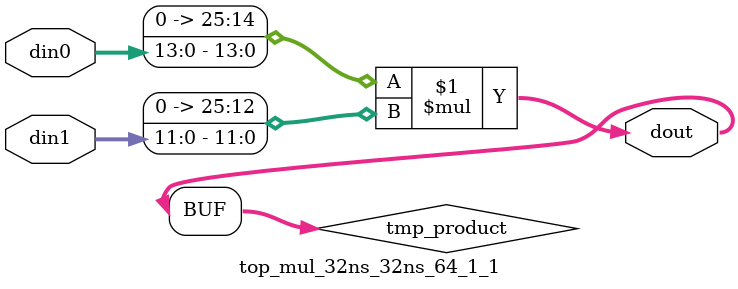
<source format=v>

`timescale 1 ns / 1 ps

  module top_mul_32ns_32ns_64_1_1(din0, din1, dout);
parameter ID = 1;
parameter NUM_STAGE = 0;
parameter din0_WIDTH = 14;
parameter din1_WIDTH = 12;
parameter dout_WIDTH = 26;

input [din0_WIDTH - 1 : 0] din0; 
input [din1_WIDTH - 1 : 0] din1; 
output [dout_WIDTH - 1 : 0] dout;

wire signed [dout_WIDTH - 1 : 0] tmp_product;










assign tmp_product = $signed({1'b0, din0}) * $signed({1'b0, din1});











assign dout = tmp_product;







endmodule

</source>
